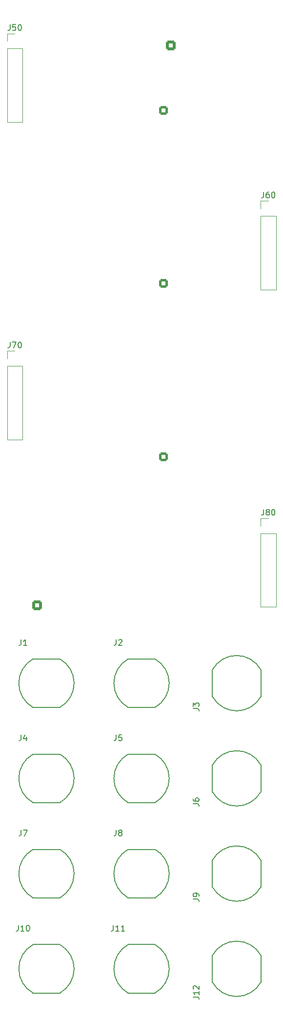
<source format=gto>
%TF.GenerationSoftware,KiCad,Pcbnew,9.0.4*%
%TF.CreationDate,2025-10-04T20:19:14+02:00*%
%TF.ProjectId,DMH_VCA_Bank_PCB_1,444d485f-5643-4415-9f42-616e6b5f5043,1*%
%TF.SameCoordinates,Original*%
%TF.FileFunction,Legend,Top*%
%TF.FilePolarity,Positive*%
%FSLAX46Y46*%
G04 Gerber Fmt 4.6, Leading zero omitted, Abs format (unit mm)*
G04 Created by KiCad (PCBNEW 9.0.4) date 2025-10-04 20:19:14*
%MOMM*%
%LPD*%
G01*
G04 APERTURE LIST*
G04 Aperture macros list*
%AMRoundRect*
0 Rectangle with rounded corners*
0 $1 Rounding radius*
0 $2 $3 $4 $5 $6 $7 $8 $9 X,Y pos of 4 corners*
0 Add a 4 corners polygon primitive as box body*
4,1,4,$2,$3,$4,$5,$6,$7,$8,$9,$2,$3,0*
0 Add four circle primitives for the rounded corners*
1,1,$1+$1,$2,$3*
1,1,$1+$1,$4,$5*
1,1,$1+$1,$6,$7*
1,1,$1+$1,$8,$9*
0 Add four rect primitives between the rounded corners*
20,1,$1+$1,$2,$3,$4,$5,0*
20,1,$1+$1,$4,$5,$6,$7,0*
20,1,$1+$1,$6,$7,$8,$9,0*
20,1,$1+$1,$8,$9,$2,$3,0*%
%AMHorizOval*
0 Thick line with rounded ends*
0 $1 width*
0 $2 $3 position (X,Y) of the first rounded end (center of the circle)*
0 $4 $5 position (X,Y) of the second rounded end (center of the circle)*
0 Add line between two ends*
20,1,$1,$2,$3,$4,$5,0*
0 Add two circle primitives to create the rounded ends*
1,1,$1,$2,$3*
1,1,$1,$4,$5*%
G04 Aperture macros list end*
%ADD10C,0.150000*%
%ADD11C,0.120000*%
%ADD12R,1.700000X1.700000*%
%ADD13O,1.700000X1.700000*%
%ADD14HorizOval,1.712000X-0.533159X-0.533159X0.533159X0.533159X0*%
%ADD15O,1.712000X3.220000*%
%ADD16O,3.220000X1.712000*%
%ADD17HorizOval,1.712000X-0.533159X0.533159X0.533159X-0.533159X0*%
%ADD18C,1.600000*%
%ADD19O,1.600000X1.600000*%
%ADD20C,1.440000*%
%ADD21R,1.500000X1.500000*%
%ADD22C,1.500000*%
%ADD23RoundRect,0.250000X-0.600000X0.600000X-0.600000X-0.600000X0.600000X-0.600000X0.600000X0.600000X0*%
%ADD24C,1.700000*%
%ADD25R,2.200000X2.200000*%
%ADD26O,2.200000X2.200000*%
%ADD27R,1.600000X1.600000*%
%ADD28RoundRect,0.250000X0.600000X-0.600000X0.600000X0.600000X-0.600000X0.600000X-0.600000X-0.600000X0*%
%ADD29RoundRect,0.250000X0.550000X0.550000X-0.550000X0.550000X-0.550000X-0.550000X0.550000X-0.550000X0*%
G04 APERTURE END LIST*
D10*
X52190476Y-45124819D02*
X52190476Y-45839104D01*
X52190476Y-45839104D02*
X52142857Y-45981961D01*
X52142857Y-45981961D02*
X52047619Y-46077200D01*
X52047619Y-46077200D02*
X51904762Y-46124819D01*
X51904762Y-46124819D02*
X51809524Y-46124819D01*
X53142857Y-45124819D02*
X52666667Y-45124819D01*
X52666667Y-45124819D02*
X52619048Y-45601009D01*
X52619048Y-45601009D02*
X52666667Y-45553390D01*
X52666667Y-45553390D02*
X52761905Y-45505771D01*
X52761905Y-45505771D02*
X53000000Y-45505771D01*
X53000000Y-45505771D02*
X53095238Y-45553390D01*
X53095238Y-45553390D02*
X53142857Y-45601009D01*
X53142857Y-45601009D02*
X53190476Y-45696247D01*
X53190476Y-45696247D02*
X53190476Y-45934342D01*
X53190476Y-45934342D02*
X53142857Y-46029580D01*
X53142857Y-46029580D02*
X53095238Y-46077200D01*
X53095238Y-46077200D02*
X53000000Y-46124819D01*
X53000000Y-46124819D02*
X52761905Y-46124819D01*
X52761905Y-46124819D02*
X52666667Y-46077200D01*
X52666667Y-46077200D02*
X52619048Y-46029580D01*
X53809524Y-45124819D02*
X53904762Y-45124819D01*
X53904762Y-45124819D02*
X54000000Y-45172438D01*
X54000000Y-45172438D02*
X54047619Y-45220057D01*
X54047619Y-45220057D02*
X54095238Y-45315295D01*
X54095238Y-45315295D02*
X54142857Y-45505771D01*
X54142857Y-45505771D02*
X54142857Y-45743866D01*
X54142857Y-45743866D02*
X54095238Y-45934342D01*
X54095238Y-45934342D02*
X54047619Y-46029580D01*
X54047619Y-46029580D02*
X54000000Y-46077200D01*
X54000000Y-46077200D02*
X53904762Y-46124819D01*
X53904762Y-46124819D02*
X53809524Y-46124819D01*
X53809524Y-46124819D02*
X53714286Y-46077200D01*
X53714286Y-46077200D02*
X53666667Y-46029580D01*
X53666667Y-46029580D02*
X53619048Y-45934342D01*
X53619048Y-45934342D02*
X53571429Y-45743866D01*
X53571429Y-45743866D02*
X53571429Y-45505771D01*
X53571429Y-45505771D02*
X53619048Y-45315295D01*
X53619048Y-45315295D02*
X53666667Y-45220057D01*
X53666667Y-45220057D02*
X53714286Y-45172438D01*
X53714286Y-45172438D02*
X53809524Y-45124819D01*
X54091666Y-151704819D02*
X54091666Y-152419104D01*
X54091666Y-152419104D02*
X54044047Y-152561961D01*
X54044047Y-152561961D02*
X53948809Y-152657200D01*
X53948809Y-152657200D02*
X53805952Y-152704819D01*
X53805952Y-152704819D02*
X53710714Y-152704819D01*
X55091666Y-152704819D02*
X54520238Y-152704819D01*
X54805952Y-152704819D02*
X54805952Y-151704819D01*
X54805952Y-151704819D02*
X54710714Y-151847676D01*
X54710714Y-151847676D02*
X54615476Y-151942914D01*
X54615476Y-151942914D02*
X54520238Y-151990533D01*
X83954819Y-196658333D02*
X84669104Y-196658333D01*
X84669104Y-196658333D02*
X84811961Y-196705952D01*
X84811961Y-196705952D02*
X84907200Y-196801190D01*
X84907200Y-196801190D02*
X84954819Y-196944047D01*
X84954819Y-196944047D02*
X84954819Y-197039285D01*
X84954819Y-196134523D02*
X84954819Y-195944047D01*
X84954819Y-195944047D02*
X84907200Y-195848809D01*
X84907200Y-195848809D02*
X84859580Y-195801190D01*
X84859580Y-195801190D02*
X84716723Y-195705952D01*
X84716723Y-195705952D02*
X84526247Y-195658333D01*
X84526247Y-195658333D02*
X84145295Y-195658333D01*
X84145295Y-195658333D02*
X84050057Y-195705952D01*
X84050057Y-195705952D02*
X84002438Y-195753571D01*
X84002438Y-195753571D02*
X83954819Y-195848809D01*
X83954819Y-195848809D02*
X83954819Y-196039285D01*
X83954819Y-196039285D02*
X84002438Y-196134523D01*
X84002438Y-196134523D02*
X84050057Y-196182142D01*
X84050057Y-196182142D02*
X84145295Y-196229761D01*
X84145295Y-196229761D02*
X84383390Y-196229761D01*
X84383390Y-196229761D02*
X84478628Y-196182142D01*
X84478628Y-196182142D02*
X84526247Y-196134523D01*
X84526247Y-196134523D02*
X84573866Y-196039285D01*
X84573866Y-196039285D02*
X84573866Y-195848809D01*
X84573866Y-195848809D02*
X84526247Y-195753571D01*
X84526247Y-195753571D02*
X84478628Y-195705952D01*
X84478628Y-195705952D02*
X84383390Y-195658333D01*
X83954819Y-213634523D02*
X84669104Y-213634523D01*
X84669104Y-213634523D02*
X84811961Y-213682142D01*
X84811961Y-213682142D02*
X84907200Y-213777380D01*
X84907200Y-213777380D02*
X84954819Y-213920237D01*
X84954819Y-213920237D02*
X84954819Y-214015475D01*
X84954819Y-212634523D02*
X84954819Y-213205951D01*
X84954819Y-212920237D02*
X83954819Y-212920237D01*
X83954819Y-212920237D02*
X84097676Y-213015475D01*
X84097676Y-213015475D02*
X84192914Y-213110713D01*
X84192914Y-213110713D02*
X84240533Y-213205951D01*
X84050057Y-212253570D02*
X84002438Y-212205951D01*
X84002438Y-212205951D02*
X83954819Y-212110713D01*
X83954819Y-212110713D02*
X83954819Y-211872618D01*
X83954819Y-211872618D02*
X84002438Y-211777380D01*
X84002438Y-211777380D02*
X84050057Y-211729761D01*
X84050057Y-211729761D02*
X84145295Y-211682142D01*
X84145295Y-211682142D02*
X84240533Y-211682142D01*
X84240533Y-211682142D02*
X84383390Y-211729761D01*
X84383390Y-211729761D02*
X84954819Y-212301189D01*
X84954819Y-212301189D02*
X84954819Y-211682142D01*
X96190476Y-74124819D02*
X96190476Y-74839104D01*
X96190476Y-74839104D02*
X96142857Y-74981961D01*
X96142857Y-74981961D02*
X96047619Y-75077200D01*
X96047619Y-75077200D02*
X95904762Y-75124819D01*
X95904762Y-75124819D02*
X95809524Y-75124819D01*
X97095238Y-74124819D02*
X96904762Y-74124819D01*
X96904762Y-74124819D02*
X96809524Y-74172438D01*
X96809524Y-74172438D02*
X96761905Y-74220057D01*
X96761905Y-74220057D02*
X96666667Y-74362914D01*
X96666667Y-74362914D02*
X96619048Y-74553390D01*
X96619048Y-74553390D02*
X96619048Y-74934342D01*
X96619048Y-74934342D02*
X96666667Y-75029580D01*
X96666667Y-75029580D02*
X96714286Y-75077200D01*
X96714286Y-75077200D02*
X96809524Y-75124819D01*
X96809524Y-75124819D02*
X97000000Y-75124819D01*
X97000000Y-75124819D02*
X97095238Y-75077200D01*
X97095238Y-75077200D02*
X97142857Y-75029580D01*
X97142857Y-75029580D02*
X97190476Y-74934342D01*
X97190476Y-74934342D02*
X97190476Y-74696247D01*
X97190476Y-74696247D02*
X97142857Y-74601009D01*
X97142857Y-74601009D02*
X97095238Y-74553390D01*
X97095238Y-74553390D02*
X97000000Y-74505771D01*
X97000000Y-74505771D02*
X96809524Y-74505771D01*
X96809524Y-74505771D02*
X96714286Y-74553390D01*
X96714286Y-74553390D02*
X96666667Y-74601009D01*
X96666667Y-74601009D02*
X96619048Y-74696247D01*
X97809524Y-74124819D02*
X97904762Y-74124819D01*
X97904762Y-74124819D02*
X98000000Y-74172438D01*
X98000000Y-74172438D02*
X98047619Y-74220057D01*
X98047619Y-74220057D02*
X98095238Y-74315295D01*
X98095238Y-74315295D02*
X98142857Y-74505771D01*
X98142857Y-74505771D02*
X98142857Y-74743866D01*
X98142857Y-74743866D02*
X98095238Y-74934342D01*
X98095238Y-74934342D02*
X98047619Y-75029580D01*
X98047619Y-75029580D02*
X98000000Y-75077200D01*
X98000000Y-75077200D02*
X97904762Y-75124819D01*
X97904762Y-75124819D02*
X97809524Y-75124819D01*
X97809524Y-75124819D02*
X97714286Y-75077200D01*
X97714286Y-75077200D02*
X97666667Y-75029580D01*
X97666667Y-75029580D02*
X97619048Y-74934342D01*
X97619048Y-74934342D02*
X97571429Y-74743866D01*
X97571429Y-74743866D02*
X97571429Y-74505771D01*
X97571429Y-74505771D02*
X97619048Y-74315295D01*
X97619048Y-74315295D02*
X97666667Y-74220057D01*
X97666667Y-74220057D02*
X97714286Y-74172438D01*
X97714286Y-74172438D02*
X97809524Y-74124819D01*
X96190476Y-129124819D02*
X96190476Y-129839104D01*
X96190476Y-129839104D02*
X96142857Y-129981961D01*
X96142857Y-129981961D02*
X96047619Y-130077200D01*
X96047619Y-130077200D02*
X95904762Y-130124819D01*
X95904762Y-130124819D02*
X95809524Y-130124819D01*
X96809524Y-129553390D02*
X96714286Y-129505771D01*
X96714286Y-129505771D02*
X96666667Y-129458152D01*
X96666667Y-129458152D02*
X96619048Y-129362914D01*
X96619048Y-129362914D02*
X96619048Y-129315295D01*
X96619048Y-129315295D02*
X96666667Y-129220057D01*
X96666667Y-129220057D02*
X96714286Y-129172438D01*
X96714286Y-129172438D02*
X96809524Y-129124819D01*
X96809524Y-129124819D02*
X97000000Y-129124819D01*
X97000000Y-129124819D02*
X97095238Y-129172438D01*
X97095238Y-129172438D02*
X97142857Y-129220057D01*
X97142857Y-129220057D02*
X97190476Y-129315295D01*
X97190476Y-129315295D02*
X97190476Y-129362914D01*
X97190476Y-129362914D02*
X97142857Y-129458152D01*
X97142857Y-129458152D02*
X97095238Y-129505771D01*
X97095238Y-129505771D02*
X97000000Y-129553390D01*
X97000000Y-129553390D02*
X96809524Y-129553390D01*
X96809524Y-129553390D02*
X96714286Y-129601009D01*
X96714286Y-129601009D02*
X96666667Y-129648628D01*
X96666667Y-129648628D02*
X96619048Y-129743866D01*
X96619048Y-129743866D02*
X96619048Y-129934342D01*
X96619048Y-129934342D02*
X96666667Y-130029580D01*
X96666667Y-130029580D02*
X96714286Y-130077200D01*
X96714286Y-130077200D02*
X96809524Y-130124819D01*
X96809524Y-130124819D02*
X97000000Y-130124819D01*
X97000000Y-130124819D02*
X97095238Y-130077200D01*
X97095238Y-130077200D02*
X97142857Y-130029580D01*
X97142857Y-130029580D02*
X97190476Y-129934342D01*
X97190476Y-129934342D02*
X97190476Y-129743866D01*
X97190476Y-129743866D02*
X97142857Y-129648628D01*
X97142857Y-129648628D02*
X97095238Y-129601009D01*
X97095238Y-129601009D02*
X97000000Y-129553390D01*
X97809524Y-129124819D02*
X97904762Y-129124819D01*
X97904762Y-129124819D02*
X98000000Y-129172438D01*
X98000000Y-129172438D02*
X98047619Y-129220057D01*
X98047619Y-129220057D02*
X98095238Y-129315295D01*
X98095238Y-129315295D02*
X98142857Y-129505771D01*
X98142857Y-129505771D02*
X98142857Y-129743866D01*
X98142857Y-129743866D02*
X98095238Y-129934342D01*
X98095238Y-129934342D02*
X98047619Y-130029580D01*
X98047619Y-130029580D02*
X98000000Y-130077200D01*
X98000000Y-130077200D02*
X97904762Y-130124819D01*
X97904762Y-130124819D02*
X97809524Y-130124819D01*
X97809524Y-130124819D02*
X97714286Y-130077200D01*
X97714286Y-130077200D02*
X97666667Y-130029580D01*
X97666667Y-130029580D02*
X97619048Y-129934342D01*
X97619048Y-129934342D02*
X97571429Y-129743866D01*
X97571429Y-129743866D02*
X97571429Y-129505771D01*
X97571429Y-129505771D02*
X97619048Y-129315295D01*
X97619048Y-129315295D02*
X97666667Y-129220057D01*
X97666667Y-129220057D02*
X97714286Y-129172438D01*
X97714286Y-129172438D02*
X97809524Y-129124819D01*
X83954819Y-163658333D02*
X84669104Y-163658333D01*
X84669104Y-163658333D02*
X84811961Y-163705952D01*
X84811961Y-163705952D02*
X84907200Y-163801190D01*
X84907200Y-163801190D02*
X84954819Y-163944047D01*
X84954819Y-163944047D02*
X84954819Y-164039285D01*
X83954819Y-163277380D02*
X83954819Y-162658333D01*
X83954819Y-162658333D02*
X84335771Y-162991666D01*
X84335771Y-162991666D02*
X84335771Y-162848809D01*
X84335771Y-162848809D02*
X84383390Y-162753571D01*
X84383390Y-162753571D02*
X84431009Y-162705952D01*
X84431009Y-162705952D02*
X84526247Y-162658333D01*
X84526247Y-162658333D02*
X84764342Y-162658333D01*
X84764342Y-162658333D02*
X84859580Y-162705952D01*
X84859580Y-162705952D02*
X84907200Y-162753571D01*
X84907200Y-162753571D02*
X84954819Y-162848809D01*
X84954819Y-162848809D02*
X84954819Y-163134523D01*
X84954819Y-163134523D02*
X84907200Y-163229761D01*
X84907200Y-163229761D02*
X84859580Y-163277380D01*
X70115476Y-201204819D02*
X70115476Y-201919104D01*
X70115476Y-201919104D02*
X70067857Y-202061961D01*
X70067857Y-202061961D02*
X69972619Y-202157200D01*
X69972619Y-202157200D02*
X69829762Y-202204819D01*
X69829762Y-202204819D02*
X69734524Y-202204819D01*
X71115476Y-202204819D02*
X70544048Y-202204819D01*
X70829762Y-202204819D02*
X70829762Y-201204819D01*
X70829762Y-201204819D02*
X70734524Y-201347676D01*
X70734524Y-201347676D02*
X70639286Y-201442914D01*
X70639286Y-201442914D02*
X70544048Y-201490533D01*
X72067857Y-202204819D02*
X71496429Y-202204819D01*
X71782143Y-202204819D02*
X71782143Y-201204819D01*
X71782143Y-201204819D02*
X71686905Y-201347676D01*
X71686905Y-201347676D02*
X71591667Y-201442914D01*
X71591667Y-201442914D02*
X71496429Y-201490533D01*
X54091666Y-184704819D02*
X54091666Y-185419104D01*
X54091666Y-185419104D02*
X54044047Y-185561961D01*
X54044047Y-185561961D02*
X53948809Y-185657200D01*
X53948809Y-185657200D02*
X53805952Y-185704819D01*
X53805952Y-185704819D02*
X53710714Y-185704819D01*
X54472619Y-184704819D02*
X55139285Y-184704819D01*
X55139285Y-184704819D02*
X54710714Y-185704819D01*
X54091666Y-168204819D02*
X54091666Y-168919104D01*
X54091666Y-168919104D02*
X54044047Y-169061961D01*
X54044047Y-169061961D02*
X53948809Y-169157200D01*
X53948809Y-169157200D02*
X53805952Y-169204819D01*
X53805952Y-169204819D02*
X53710714Y-169204819D01*
X54996428Y-168538152D02*
X54996428Y-169204819D01*
X54758333Y-168157200D02*
X54520238Y-168871485D01*
X54520238Y-168871485D02*
X55139285Y-168871485D01*
X52190476Y-100124819D02*
X52190476Y-100839104D01*
X52190476Y-100839104D02*
X52142857Y-100981961D01*
X52142857Y-100981961D02*
X52047619Y-101077200D01*
X52047619Y-101077200D02*
X51904762Y-101124819D01*
X51904762Y-101124819D02*
X51809524Y-101124819D01*
X52571429Y-100124819D02*
X53238095Y-100124819D01*
X53238095Y-100124819D02*
X52809524Y-101124819D01*
X53809524Y-100124819D02*
X53904762Y-100124819D01*
X53904762Y-100124819D02*
X54000000Y-100172438D01*
X54000000Y-100172438D02*
X54047619Y-100220057D01*
X54047619Y-100220057D02*
X54095238Y-100315295D01*
X54095238Y-100315295D02*
X54142857Y-100505771D01*
X54142857Y-100505771D02*
X54142857Y-100743866D01*
X54142857Y-100743866D02*
X54095238Y-100934342D01*
X54095238Y-100934342D02*
X54047619Y-101029580D01*
X54047619Y-101029580D02*
X54000000Y-101077200D01*
X54000000Y-101077200D02*
X53904762Y-101124819D01*
X53904762Y-101124819D02*
X53809524Y-101124819D01*
X53809524Y-101124819D02*
X53714286Y-101077200D01*
X53714286Y-101077200D02*
X53666667Y-101029580D01*
X53666667Y-101029580D02*
X53619048Y-100934342D01*
X53619048Y-100934342D02*
X53571429Y-100743866D01*
X53571429Y-100743866D02*
X53571429Y-100505771D01*
X53571429Y-100505771D02*
X53619048Y-100315295D01*
X53619048Y-100315295D02*
X53666667Y-100220057D01*
X53666667Y-100220057D02*
X53714286Y-100172438D01*
X53714286Y-100172438D02*
X53809524Y-100124819D01*
X70591666Y-168204819D02*
X70591666Y-168919104D01*
X70591666Y-168919104D02*
X70544047Y-169061961D01*
X70544047Y-169061961D02*
X70448809Y-169157200D01*
X70448809Y-169157200D02*
X70305952Y-169204819D01*
X70305952Y-169204819D02*
X70210714Y-169204819D01*
X71544047Y-168204819D02*
X71067857Y-168204819D01*
X71067857Y-168204819D02*
X71020238Y-168681009D01*
X71020238Y-168681009D02*
X71067857Y-168633390D01*
X71067857Y-168633390D02*
X71163095Y-168585771D01*
X71163095Y-168585771D02*
X71401190Y-168585771D01*
X71401190Y-168585771D02*
X71496428Y-168633390D01*
X71496428Y-168633390D02*
X71544047Y-168681009D01*
X71544047Y-168681009D02*
X71591666Y-168776247D01*
X71591666Y-168776247D02*
X71591666Y-169014342D01*
X71591666Y-169014342D02*
X71544047Y-169109580D01*
X71544047Y-169109580D02*
X71496428Y-169157200D01*
X71496428Y-169157200D02*
X71401190Y-169204819D01*
X71401190Y-169204819D02*
X71163095Y-169204819D01*
X71163095Y-169204819D02*
X71067857Y-169157200D01*
X71067857Y-169157200D02*
X71020238Y-169109580D01*
X70591666Y-184704819D02*
X70591666Y-185419104D01*
X70591666Y-185419104D02*
X70544047Y-185561961D01*
X70544047Y-185561961D02*
X70448809Y-185657200D01*
X70448809Y-185657200D02*
X70305952Y-185704819D01*
X70305952Y-185704819D02*
X70210714Y-185704819D01*
X71210714Y-185133390D02*
X71115476Y-185085771D01*
X71115476Y-185085771D02*
X71067857Y-185038152D01*
X71067857Y-185038152D02*
X71020238Y-184942914D01*
X71020238Y-184942914D02*
X71020238Y-184895295D01*
X71020238Y-184895295D02*
X71067857Y-184800057D01*
X71067857Y-184800057D02*
X71115476Y-184752438D01*
X71115476Y-184752438D02*
X71210714Y-184704819D01*
X71210714Y-184704819D02*
X71401190Y-184704819D01*
X71401190Y-184704819D02*
X71496428Y-184752438D01*
X71496428Y-184752438D02*
X71544047Y-184800057D01*
X71544047Y-184800057D02*
X71591666Y-184895295D01*
X71591666Y-184895295D02*
X71591666Y-184942914D01*
X71591666Y-184942914D02*
X71544047Y-185038152D01*
X71544047Y-185038152D02*
X71496428Y-185085771D01*
X71496428Y-185085771D02*
X71401190Y-185133390D01*
X71401190Y-185133390D02*
X71210714Y-185133390D01*
X71210714Y-185133390D02*
X71115476Y-185181009D01*
X71115476Y-185181009D02*
X71067857Y-185228628D01*
X71067857Y-185228628D02*
X71020238Y-185323866D01*
X71020238Y-185323866D02*
X71020238Y-185514342D01*
X71020238Y-185514342D02*
X71067857Y-185609580D01*
X71067857Y-185609580D02*
X71115476Y-185657200D01*
X71115476Y-185657200D02*
X71210714Y-185704819D01*
X71210714Y-185704819D02*
X71401190Y-185704819D01*
X71401190Y-185704819D02*
X71496428Y-185657200D01*
X71496428Y-185657200D02*
X71544047Y-185609580D01*
X71544047Y-185609580D02*
X71591666Y-185514342D01*
X71591666Y-185514342D02*
X71591666Y-185323866D01*
X71591666Y-185323866D02*
X71544047Y-185228628D01*
X71544047Y-185228628D02*
X71496428Y-185181009D01*
X71496428Y-185181009D02*
X71401190Y-185133390D01*
X53615476Y-201204819D02*
X53615476Y-201919104D01*
X53615476Y-201919104D02*
X53567857Y-202061961D01*
X53567857Y-202061961D02*
X53472619Y-202157200D01*
X53472619Y-202157200D02*
X53329762Y-202204819D01*
X53329762Y-202204819D02*
X53234524Y-202204819D01*
X54615476Y-202204819D02*
X54044048Y-202204819D01*
X54329762Y-202204819D02*
X54329762Y-201204819D01*
X54329762Y-201204819D02*
X54234524Y-201347676D01*
X54234524Y-201347676D02*
X54139286Y-201442914D01*
X54139286Y-201442914D02*
X54044048Y-201490533D01*
X55234524Y-201204819D02*
X55329762Y-201204819D01*
X55329762Y-201204819D02*
X55425000Y-201252438D01*
X55425000Y-201252438D02*
X55472619Y-201300057D01*
X55472619Y-201300057D02*
X55520238Y-201395295D01*
X55520238Y-201395295D02*
X55567857Y-201585771D01*
X55567857Y-201585771D02*
X55567857Y-201823866D01*
X55567857Y-201823866D02*
X55520238Y-202014342D01*
X55520238Y-202014342D02*
X55472619Y-202109580D01*
X55472619Y-202109580D02*
X55425000Y-202157200D01*
X55425000Y-202157200D02*
X55329762Y-202204819D01*
X55329762Y-202204819D02*
X55234524Y-202204819D01*
X55234524Y-202204819D02*
X55139286Y-202157200D01*
X55139286Y-202157200D02*
X55091667Y-202109580D01*
X55091667Y-202109580D02*
X55044048Y-202014342D01*
X55044048Y-202014342D02*
X54996429Y-201823866D01*
X54996429Y-201823866D02*
X54996429Y-201585771D01*
X54996429Y-201585771D02*
X55044048Y-201395295D01*
X55044048Y-201395295D02*
X55091667Y-201300057D01*
X55091667Y-201300057D02*
X55139286Y-201252438D01*
X55139286Y-201252438D02*
X55234524Y-201204819D01*
X70591666Y-151704819D02*
X70591666Y-152419104D01*
X70591666Y-152419104D02*
X70544047Y-152561961D01*
X70544047Y-152561961D02*
X70448809Y-152657200D01*
X70448809Y-152657200D02*
X70305952Y-152704819D01*
X70305952Y-152704819D02*
X70210714Y-152704819D01*
X71020238Y-151800057D02*
X71067857Y-151752438D01*
X71067857Y-151752438D02*
X71163095Y-151704819D01*
X71163095Y-151704819D02*
X71401190Y-151704819D01*
X71401190Y-151704819D02*
X71496428Y-151752438D01*
X71496428Y-151752438D02*
X71544047Y-151800057D01*
X71544047Y-151800057D02*
X71591666Y-151895295D01*
X71591666Y-151895295D02*
X71591666Y-151990533D01*
X71591666Y-151990533D02*
X71544047Y-152133390D01*
X71544047Y-152133390D02*
X70972619Y-152704819D01*
X70972619Y-152704819D02*
X71591666Y-152704819D01*
X83954819Y-180158333D02*
X84669104Y-180158333D01*
X84669104Y-180158333D02*
X84811961Y-180205952D01*
X84811961Y-180205952D02*
X84907200Y-180301190D01*
X84907200Y-180301190D02*
X84954819Y-180444047D01*
X84954819Y-180444047D02*
X84954819Y-180539285D01*
X83954819Y-179253571D02*
X83954819Y-179444047D01*
X83954819Y-179444047D02*
X84002438Y-179539285D01*
X84002438Y-179539285D02*
X84050057Y-179586904D01*
X84050057Y-179586904D02*
X84192914Y-179682142D01*
X84192914Y-179682142D02*
X84383390Y-179729761D01*
X84383390Y-179729761D02*
X84764342Y-179729761D01*
X84764342Y-179729761D02*
X84859580Y-179682142D01*
X84859580Y-179682142D02*
X84907200Y-179634523D01*
X84907200Y-179634523D02*
X84954819Y-179539285D01*
X84954819Y-179539285D02*
X84954819Y-179348809D01*
X84954819Y-179348809D02*
X84907200Y-179253571D01*
X84907200Y-179253571D02*
X84859580Y-179205952D01*
X84859580Y-179205952D02*
X84764342Y-179158333D01*
X84764342Y-179158333D02*
X84526247Y-179158333D01*
X84526247Y-179158333D02*
X84431009Y-179205952D01*
X84431009Y-179205952D02*
X84383390Y-179253571D01*
X84383390Y-179253571D02*
X84335771Y-179348809D01*
X84335771Y-179348809D02*
X84335771Y-179539285D01*
X84335771Y-179539285D02*
X84383390Y-179634523D01*
X84383390Y-179634523D02*
X84431009Y-179682142D01*
X84431009Y-179682142D02*
X84526247Y-179729761D01*
D11*
%TO.C,J50*%
X51670000Y-46670000D02*
X53000000Y-46670000D01*
X51670000Y-48000000D02*
X51670000Y-46670000D01*
X51670000Y-49270000D02*
X51670000Y-62030000D01*
X51670000Y-49270000D02*
X54330000Y-49270000D01*
X51670000Y-62030000D02*
X54330000Y-62030000D01*
X54330000Y-49270000D02*
X54330000Y-62030000D01*
D10*
%TO.C,J1*%
X58500000Y-155050000D02*
X56150000Y-155050000D01*
X58500000Y-155050000D02*
X60850000Y-155050000D01*
X58500000Y-163450000D02*
X56150000Y-163450000D01*
X58500000Y-163450000D02*
X60850000Y-163450000D01*
X53700000Y-159250000D02*
G75*
G02*
X56156222Y-155061121I4800000J0D01*
G01*
X56156222Y-163438879D02*
G75*
G02*
X53700000Y-159250000I2343778J4188879D01*
G01*
X60843778Y-155061121D02*
G75*
G02*
X63300000Y-159250000I-2343781J-4188881D01*
G01*
X63300000Y-159250000D02*
G75*
G02*
X60843778Y-163438879I-4800003J2D01*
G01*
%TO.C,J9*%
X87300000Y-192250000D02*
X87300000Y-189900000D01*
X87300000Y-192250000D02*
X87300000Y-194600000D01*
X95700000Y-192250000D02*
X95700000Y-189900000D01*
X95700000Y-192250000D02*
X95700000Y-194600000D01*
X87311121Y-189906222D02*
G75*
G02*
X91500000Y-187450000I4188881J-2343781D01*
G01*
X91500000Y-187450000D02*
G75*
G02*
X95688879Y-189906222I-2J-4800003D01*
G01*
X91500000Y-197050000D02*
G75*
G02*
X87311121Y-194593778I0J4800000D01*
G01*
X95688879Y-194593778D02*
G75*
G02*
X91500000Y-197050000I-4188879J2343778D01*
G01*
%TO.C,J12*%
X87300000Y-208750000D02*
X87300000Y-206400000D01*
X87300000Y-208750000D02*
X87300000Y-211100000D01*
X95700000Y-208750000D02*
X95700000Y-206400000D01*
X95700000Y-208750000D02*
X95700000Y-211100000D01*
X87311121Y-206406222D02*
G75*
G02*
X91500000Y-203950000I4188881J-2343781D01*
G01*
X91500000Y-203950000D02*
G75*
G02*
X95688879Y-206406222I-2J-4800003D01*
G01*
X91500000Y-213550000D02*
G75*
G02*
X87311121Y-211093778I0J4800000D01*
G01*
X95688879Y-211093778D02*
G75*
G02*
X91500000Y-213550000I-4188879J2343778D01*
G01*
D11*
%TO.C,J60*%
X95670000Y-75670000D02*
X97000000Y-75670000D01*
X95670000Y-77000000D02*
X95670000Y-75670000D01*
X95670000Y-78270000D02*
X95670000Y-91030000D01*
X95670000Y-78270000D02*
X98330000Y-78270000D01*
X95670000Y-91030000D02*
X98330000Y-91030000D01*
X98330000Y-78270000D02*
X98330000Y-91030000D01*
%TO.C,J80*%
X95670000Y-130670000D02*
X97000000Y-130670000D01*
X95670000Y-132000000D02*
X95670000Y-130670000D01*
X95670000Y-133270000D02*
X95670000Y-146030000D01*
X95670000Y-133270000D02*
X98330000Y-133270000D01*
X95670000Y-146030000D02*
X98330000Y-146030000D01*
X98330000Y-133270000D02*
X98330000Y-146030000D01*
D10*
%TO.C,J3*%
X87300000Y-159250000D02*
X87300000Y-156900000D01*
X87300000Y-159250000D02*
X87300000Y-161600000D01*
X95700000Y-159250000D02*
X95700000Y-156900000D01*
X95700000Y-159250000D02*
X95700000Y-161600000D01*
X87311121Y-156906222D02*
G75*
G02*
X91500000Y-154450000I4188881J-2343781D01*
G01*
X91500000Y-154450000D02*
G75*
G02*
X95688879Y-156906222I-2J-4800003D01*
G01*
X91500000Y-164050000D02*
G75*
G02*
X87311121Y-161593778I0J4800000D01*
G01*
X95688879Y-161593778D02*
G75*
G02*
X91500000Y-164050000I-4188879J2343778D01*
G01*
%TO.C,J11*%
X75000000Y-204550000D02*
X72650000Y-204550000D01*
X75000000Y-204550000D02*
X77350000Y-204550000D01*
X75000000Y-212950000D02*
X72650000Y-212950000D01*
X75000000Y-212950000D02*
X77350000Y-212950000D01*
X70200000Y-208750000D02*
G75*
G02*
X72656222Y-204561121I4800000J0D01*
G01*
X72656222Y-212938879D02*
G75*
G02*
X70200000Y-208750000I2343778J4188879D01*
G01*
X77343778Y-204561121D02*
G75*
G02*
X79800000Y-208750000I-2343781J-4188881D01*
G01*
X79800000Y-208750000D02*
G75*
G02*
X77343778Y-212938879I-4800003J2D01*
G01*
%TO.C,J7*%
X58500000Y-188050000D02*
X56150000Y-188050000D01*
X58500000Y-188050000D02*
X60850000Y-188050000D01*
X58500000Y-196450000D02*
X56150000Y-196450000D01*
X58500000Y-196450000D02*
X60850000Y-196450000D01*
X53700000Y-192250000D02*
G75*
G02*
X56156222Y-188061121I4800000J0D01*
G01*
X56156222Y-196438879D02*
G75*
G02*
X53700000Y-192250000I2343778J4188879D01*
G01*
X60843778Y-188061121D02*
G75*
G02*
X63300000Y-192250000I-2343781J-4188881D01*
G01*
X63300000Y-192250000D02*
G75*
G02*
X60843778Y-196438879I-4800003J2D01*
G01*
%TO.C,J4*%
X58500000Y-171550000D02*
X56150000Y-171550000D01*
X58500000Y-171550000D02*
X60850000Y-171550000D01*
X58500000Y-179950000D02*
X56150000Y-179950000D01*
X58500000Y-179950000D02*
X60850000Y-179950000D01*
X53700000Y-175750000D02*
G75*
G02*
X56156222Y-171561121I4800000J0D01*
G01*
X56156222Y-179938879D02*
G75*
G02*
X53700000Y-175750000I2343778J4188879D01*
G01*
X60843778Y-171561121D02*
G75*
G02*
X63300000Y-175750000I-2343781J-4188881D01*
G01*
X63300000Y-175750000D02*
G75*
G02*
X60843778Y-179938879I-4800003J2D01*
G01*
D11*
%TO.C,J70*%
X51670000Y-101670000D02*
X53000000Y-101670000D01*
X51670000Y-103000000D02*
X51670000Y-101670000D01*
X51670000Y-104270000D02*
X51670000Y-117030000D01*
X51670000Y-104270000D02*
X54330000Y-104270000D01*
X51670000Y-117030000D02*
X54330000Y-117030000D01*
X54330000Y-104270000D02*
X54330000Y-117030000D01*
D10*
%TO.C,J5*%
X75000000Y-171550000D02*
X72650000Y-171550000D01*
X75000000Y-171550000D02*
X77350000Y-171550000D01*
X75000000Y-179950000D02*
X72650000Y-179950000D01*
X75000000Y-179950000D02*
X77350000Y-179950000D01*
X70200000Y-175750000D02*
G75*
G02*
X72656222Y-171561121I4800000J0D01*
G01*
X72656222Y-179938879D02*
G75*
G02*
X70200000Y-175750000I2343778J4188879D01*
G01*
X77343778Y-171561121D02*
G75*
G02*
X79800000Y-175750000I-2343781J-4188881D01*
G01*
X79800000Y-175750000D02*
G75*
G02*
X77343778Y-179938879I-4800003J2D01*
G01*
%TO.C,J8*%
X75000000Y-188050000D02*
X72650000Y-188050000D01*
X75000000Y-188050000D02*
X77350000Y-188050000D01*
X75000000Y-196450000D02*
X72650000Y-196450000D01*
X75000000Y-196450000D02*
X77350000Y-196450000D01*
X70200000Y-192250000D02*
G75*
G02*
X72656222Y-188061121I4800000J0D01*
G01*
X72656222Y-196438879D02*
G75*
G02*
X70200000Y-192250000I2343778J4188879D01*
G01*
X77343778Y-188061121D02*
G75*
G02*
X79800000Y-192250000I-2343781J-4188881D01*
G01*
X79800000Y-192250000D02*
G75*
G02*
X77343778Y-196438879I-4800003J2D01*
G01*
%TO.C,J10*%
X58500000Y-204550000D02*
X56150000Y-204550000D01*
X58500000Y-204550000D02*
X60850000Y-204550000D01*
X58500000Y-212950000D02*
X56150000Y-212950000D01*
X58500000Y-212950000D02*
X60850000Y-212950000D01*
X53700000Y-208750000D02*
G75*
G02*
X56156222Y-204561121I4800000J0D01*
G01*
X56156222Y-212938879D02*
G75*
G02*
X53700000Y-208750000I2343778J4188879D01*
G01*
X60843778Y-204561121D02*
G75*
G02*
X63300000Y-208750000I-2343781J-4188881D01*
G01*
X63300000Y-208750000D02*
G75*
G02*
X60843778Y-212938879I-4800003J2D01*
G01*
%TO.C,J2*%
X75000000Y-155050000D02*
X72650000Y-155050000D01*
X75000000Y-155050000D02*
X77350000Y-155050000D01*
X75000000Y-163450000D02*
X72650000Y-163450000D01*
X75000000Y-163450000D02*
X77350000Y-163450000D01*
X70200000Y-159250000D02*
G75*
G02*
X72656222Y-155061121I4800000J0D01*
G01*
X72656222Y-163438879D02*
G75*
G02*
X70200000Y-159250000I2343778J4188879D01*
G01*
X77343778Y-155061121D02*
G75*
G02*
X79800000Y-159250000I-2343781J-4188881D01*
G01*
X79800000Y-159250000D02*
G75*
G02*
X77343778Y-163438879I-4800003J2D01*
G01*
%TO.C,J6*%
X87300000Y-175750000D02*
X87300000Y-173400000D01*
X87300000Y-175750000D02*
X87300000Y-178100000D01*
X95700000Y-175750000D02*
X95700000Y-173400000D01*
X95700000Y-175750000D02*
X95700000Y-178100000D01*
X87311121Y-173406222D02*
G75*
G02*
X91500000Y-170950000I4188881J-2343781D01*
G01*
X91500000Y-170950000D02*
G75*
G02*
X95688879Y-173406222I-2J-4800003D01*
G01*
X91500000Y-180550000D02*
G75*
G02*
X87311121Y-178093778I0J4800000D01*
G01*
X95688879Y-178093778D02*
G75*
G02*
X91500000Y-180550000I-4188879J2343778D01*
G01*
%TD*%
%LPC*%
D12*
%TO.C,J50*%
X53000000Y-48000000D03*
D13*
X53000000Y-50540000D03*
X53000000Y-53080000D03*
X53000000Y-55620000D03*
X53000000Y-58160000D03*
X53000000Y-60700000D03*
%TD*%
D14*
%TO.C,J1*%
X53903810Y-154653810D03*
D15*
X65000000Y-158750000D03*
D16*
X61000000Y-152750000D03*
%TD*%
D17*
%TO.C,J9*%
X86903810Y-196846190D03*
D16*
X91000000Y-185750000D03*
D15*
X85000000Y-189750000D03*
%TD*%
D17*
%TO.C,J12*%
X86903810Y-213346190D03*
D16*
X91000000Y-202250000D03*
D15*
X85000000Y-206250000D03*
%TD*%
D12*
%TO.C,J60*%
X97000000Y-77000000D03*
D13*
X97000000Y-79540000D03*
X97000000Y-82080000D03*
X97000000Y-84620000D03*
X97000000Y-87160000D03*
X97000000Y-89700000D03*
%TD*%
D12*
%TO.C,J80*%
X97000000Y-132000000D03*
D13*
X97000000Y-134540000D03*
X97000000Y-137080000D03*
X97000000Y-139620000D03*
X97000000Y-142160000D03*
X97000000Y-144700000D03*
%TD*%
D17*
%TO.C,J3*%
X86903810Y-163846190D03*
D16*
X91000000Y-152750000D03*
D15*
X85000000Y-156750000D03*
%TD*%
D14*
%TO.C,J11*%
X70403810Y-204153810D03*
D15*
X81500000Y-208250000D03*
D16*
X77500000Y-202250000D03*
%TD*%
D14*
%TO.C,J7*%
X53903810Y-187653810D03*
D15*
X65000000Y-191750000D03*
D16*
X61000000Y-185750000D03*
%TD*%
D14*
%TO.C,J4*%
X53903810Y-171153810D03*
D15*
X65000000Y-175250000D03*
D16*
X61000000Y-169250000D03*
%TD*%
D12*
%TO.C,J70*%
X53000000Y-103000000D03*
D13*
X53000000Y-105540000D03*
X53000000Y-108080000D03*
X53000000Y-110620000D03*
X53000000Y-113160000D03*
X53000000Y-115700000D03*
%TD*%
D14*
%TO.C,J5*%
X70403810Y-171153810D03*
D15*
X81500000Y-175250000D03*
D16*
X77500000Y-169250000D03*
%TD*%
D14*
%TO.C,J8*%
X70403810Y-187653810D03*
D15*
X81500000Y-191750000D03*
D16*
X77500000Y-185750000D03*
%TD*%
D14*
%TO.C,J10*%
X53903810Y-204153810D03*
D15*
X65000000Y-208250000D03*
D16*
X61000000Y-202250000D03*
%TD*%
D14*
%TO.C,J2*%
X70403810Y-154653810D03*
D15*
X81500000Y-158750000D03*
D16*
X77500000Y-152750000D03*
%TD*%
D17*
%TO.C,J6*%
X86903810Y-180346190D03*
D16*
X91000000Y-169250000D03*
D15*
X85000000Y-173250000D03*
%TD*%
D18*
%TO.C,R35*%
X58250000Y-124545000D03*
D19*
X58250000Y-122005000D03*
%TD*%
D20*
%TO.C,RV16*%
X91100000Y-138750000D03*
X88560000Y-138750000D03*
X86020000Y-138750000D03*
%TD*%
D18*
%TO.C,R19*%
X88750000Y-67295000D03*
D19*
X88750000Y-64755000D03*
%TD*%
D18*
%TO.C,R40*%
X56795000Y-119250000D03*
D19*
X54255000Y-119250000D03*
%TD*%
D18*
%TO.C,R67*%
X82000000Y-124295000D03*
D19*
X82000000Y-121755000D03*
%TD*%
D18*
%TO.C,R32*%
X81750000Y-112295000D03*
D19*
X81750000Y-109755000D03*
%TD*%
D18*
%TO.C,R38*%
X64750000Y-130705000D03*
D19*
X64750000Y-133245000D03*
%TD*%
D18*
%TO.C,R48*%
X91045000Y-117000000D03*
D19*
X88505000Y-117000000D03*
%TD*%
D18*
%TO.C,R14*%
X64455000Y-87000000D03*
D19*
X66995000Y-87000000D03*
%TD*%
D18*
%TO.C,R30*%
X92000000Y-90250000D03*
D19*
X89460000Y-90250000D03*
%TD*%
D20*
%TO.C,RV12*%
X91100000Y-112500000D03*
X88560000Y-112500000D03*
X86020000Y-112500000D03*
%TD*%
D18*
%TO.C,R13*%
X92045000Y-87000000D03*
D19*
X89505000Y-87000000D03*
%TD*%
D18*
%TO.C,R11*%
X67750000Y-73455000D03*
D19*
X67750000Y-75995000D03*
%TD*%
D21*
%TO.C,Q5*%
X54450000Y-128450000D03*
D22*
X54450000Y-130990000D03*
X54450000Y-133530000D03*
%TD*%
D18*
%TO.C,R42*%
X62705000Y-119250000D03*
D19*
X65245000Y-119250000D03*
%TD*%
D18*
%TO.C,R59*%
X85250000Y-124295000D03*
D19*
X85250000Y-121755000D03*
%TD*%
D18*
%TO.C,R61*%
X95250000Y-111795000D03*
D19*
X95250000Y-109255000D03*
%TD*%
D18*
%TO.C,R8*%
X58000000Y-73455000D03*
D19*
X58000000Y-75995000D03*
%TD*%
D18*
%TO.C,R63*%
X54000000Y-81455000D03*
D19*
X54000000Y-83995000D03*
%TD*%
D18*
%TO.C,R50*%
X88500000Y-131545000D03*
D19*
X88500000Y-129005000D03*
%TD*%
D18*
%TO.C,R29*%
X82500000Y-102705000D03*
D19*
X82500000Y-105245000D03*
%TD*%
D18*
%TO.C,R7*%
X67750000Y-67295000D03*
D19*
X67750000Y-64755000D03*
%TD*%
D18*
%TO.C,R18*%
X69545000Y-54000000D03*
D19*
X67005000Y-54000000D03*
%TD*%
D21*
%TO.C,Q3*%
X95800000Y-64050000D03*
D22*
X95800000Y-61510000D03*
X95800000Y-58970000D03*
%TD*%
D18*
%TO.C,R33*%
X58250000Y-130705000D03*
D19*
X58250000Y-133245000D03*
%TD*%
D18*
%TO.C,R43*%
X85250000Y-131545000D03*
D19*
X85250000Y-129005000D03*
%TD*%
D18*
%TO.C,R34*%
X61500000Y-130705000D03*
D19*
X61500000Y-133245000D03*
%TD*%
D21*
%TO.C,Q7*%
X95800000Y-120800000D03*
D22*
X95800000Y-118260000D03*
X95800000Y-115720000D03*
%TD*%
D18*
%TO.C,R46*%
X82000000Y-131545000D03*
D19*
X82000000Y-129005000D03*
%TD*%
D18*
%TO.C,R6*%
X64500000Y-67295000D03*
D19*
X64500000Y-64755000D03*
%TD*%
D18*
%TO.C,R1*%
X57250000Y-56295000D03*
D19*
X57250000Y-53755000D03*
%TD*%
D23*
%TO.C,J200*%
X56860000Y-145747500D03*
D24*
X59400000Y-145747500D03*
X61940000Y-145747500D03*
X64480000Y-145747500D03*
X67020000Y-145747500D03*
X69560000Y-145747500D03*
X72100000Y-145747500D03*
X74640000Y-145747500D03*
X56860000Y-148287500D03*
X59400000Y-148287500D03*
X61940000Y-148287500D03*
X64480000Y-148287500D03*
X67020000Y-148287500D03*
X69560000Y-148287500D03*
X72100000Y-148287500D03*
X74640000Y-148287500D03*
%TD*%
D21*
%TO.C,Q2*%
X54200000Y-70950000D03*
D22*
X54200000Y-73490000D03*
X54200000Y-76030000D03*
%TD*%
D18*
%TO.C,R2*%
X58000000Y-67295000D03*
D19*
X58000000Y-64755000D03*
%TD*%
D20*
%TO.C,RV10*%
X64000000Y-82500000D03*
X61460000Y-82500000D03*
X58920000Y-82500000D03*
%TD*%
D18*
%TO.C,R58*%
X83705000Y-117000000D03*
D19*
X86245000Y-117000000D03*
%TD*%
D18*
%TO.C,R47*%
X67750000Y-105045000D03*
D19*
X67750000Y-102505000D03*
%TD*%
D18*
%TO.C,R5*%
X82000000Y-59705000D03*
D19*
X82000000Y-62245000D03*
%TD*%
D18*
%TO.C,C4*%
X77500000Y-78750000D03*
X72500000Y-78750000D03*
%TD*%
%TO.C,R12*%
X69000000Y-81455000D03*
D19*
X69000000Y-83995000D03*
%TD*%
D18*
%TO.C,R60*%
X82000000Y-139545000D03*
D19*
X82000000Y-137005000D03*
%TD*%
D18*
%TO.C,C8*%
X77500000Y-138750000D03*
X72500000Y-138750000D03*
%TD*%
%TO.C,R21*%
X88750000Y-73455000D03*
D19*
X88750000Y-75995000D03*
%TD*%
D25*
%TO.C,D2*%
X87500000Y-44420000D03*
D26*
X87500000Y-54580000D03*
%TD*%
D27*
%TO.C,C2*%
X91294888Y-48000000D03*
D18*
X93294888Y-48000000D03*
%TD*%
D20*
%TO.C,RV15*%
X64000000Y-112500000D03*
X61460000Y-112500000D03*
X58920000Y-112500000D03*
%TD*%
%TO.C,RV3*%
X64000000Y-138750000D03*
X61460000Y-138750000D03*
X58920000Y-138750000D03*
%TD*%
D18*
%TO.C,R31*%
X58000000Y-105045000D03*
D19*
X58000000Y-102505000D03*
%TD*%
D20*
%TO.C,RV1*%
X64000000Y-60750000D03*
X61460000Y-60750000D03*
X58920000Y-60750000D03*
%TD*%
D18*
%TO.C,R66*%
X68000000Y-138045000D03*
D19*
X68000000Y-135505000D03*
%TD*%
D20*
%TO.C,RV2*%
X91100000Y-60750000D03*
X88560000Y-60750000D03*
X86020000Y-60750000D03*
%TD*%
D18*
%TO.C,R45*%
X68000000Y-117205000D03*
D19*
X68000000Y-119745000D03*
%TD*%
D18*
%TO.C,C3*%
X77500000Y-56500000D03*
X72500000Y-56500000D03*
%TD*%
%TO.C,R15*%
X58545000Y-87000000D03*
D19*
X56005000Y-87000000D03*
%TD*%
D18*
%TO.C,R28*%
X61250000Y-105045000D03*
D19*
X61250000Y-102505000D03*
%TD*%
D18*
%TO.C,R26*%
X91705000Y-54500000D03*
D19*
X94245000Y-54500000D03*
%TD*%
D20*
%TO.C,RV11*%
X91100000Y-82500000D03*
X88560000Y-82500000D03*
X86020000Y-82500000D03*
%TD*%
D18*
%TO.C,R68*%
X84045000Y-147000000D03*
D19*
X81505000Y-147000000D03*
%TD*%
D25*
%TO.C,D1*%
X62500000Y-54580000D03*
D26*
X62500000Y-44420000D03*
%TD*%
D27*
%TO.C,C1*%
X56794888Y-48000000D03*
D18*
X58794888Y-48000000D03*
%TD*%
%TO.C,R62*%
X68000000Y-59705000D03*
D19*
X68000000Y-62245000D03*
%TD*%
D28*
%TO.C,J100*%
X80080000Y-48752500D03*
D24*
X80080000Y-46212500D03*
X77540000Y-48752500D03*
X77540000Y-46212500D03*
X75000000Y-48752500D03*
X75000000Y-46212500D03*
X72460000Y-48752500D03*
X72460000Y-46212500D03*
X69920000Y-48752500D03*
X69920000Y-46212500D03*
%TD*%
D21*
%TO.C,Q8*%
X95800000Y-128050000D03*
D22*
X95800000Y-125510000D03*
X95800000Y-122970000D03*
%TD*%
D18*
%TO.C,R57*%
X84045000Y-143750000D03*
D19*
X81505000Y-143750000D03*
%TD*%
D21*
%TO.C,Q4*%
X95800000Y-71300000D03*
D22*
X95800000Y-68760000D03*
X95800000Y-66220000D03*
%TD*%
D18*
%TO.C,R51*%
X91750000Y-124295000D03*
D19*
X91750000Y-121755000D03*
%TD*%
D18*
%TO.C,R16*%
X85500000Y-67295000D03*
D19*
X85500000Y-64755000D03*
%TD*%
D18*
%TO.C,C7*%
X77500000Y-116500000D03*
X72500000Y-116500000D03*
%TD*%
%TO.C,C5*%
X77500000Y-86500000D03*
X72500000Y-86500000D03*
%TD*%
D29*
%TO.C,U1*%
X78810000Y-60000000D03*
D18*
X78810000Y-62540000D03*
X78810000Y-65080000D03*
X78810000Y-67620000D03*
X78810000Y-70160000D03*
X78810000Y-72700000D03*
X78810000Y-75240000D03*
X71190000Y-75240000D03*
X71190000Y-72700000D03*
X71190000Y-70160000D03*
X71190000Y-67620000D03*
X71190000Y-65080000D03*
X71190000Y-62540000D03*
X71190000Y-60000000D03*
%TD*%
%TO.C,R22*%
X85500000Y-73455000D03*
D19*
X85500000Y-75995000D03*
%TD*%
D29*
%TO.C,U2*%
X78810000Y-90000000D03*
D18*
X78810000Y-92540000D03*
X78810000Y-95080000D03*
X78810000Y-97620000D03*
X78810000Y-100160000D03*
X78810000Y-102700000D03*
X78810000Y-105240000D03*
X71190000Y-105240000D03*
X71190000Y-102700000D03*
X71190000Y-100160000D03*
X71190000Y-97620000D03*
X71190000Y-95080000D03*
X71190000Y-92540000D03*
X71190000Y-90000000D03*
%TD*%
%TO.C,C6*%
X77500000Y-108750000D03*
X72500000Y-108750000D03*
%TD*%
%TO.C,R9*%
X61250000Y-73455000D03*
D19*
X61250000Y-75995000D03*
%TD*%
D21*
%TO.C,Q6*%
X54450000Y-135700000D03*
D22*
X54450000Y-138240000D03*
X54450000Y-140780000D03*
%TD*%
D18*
%TO.C,R24*%
X92000000Y-73455000D03*
D19*
X92000000Y-75995000D03*
%TD*%
D21*
%TO.C,Q1*%
X54200000Y-63700000D03*
D22*
X54200000Y-66240000D03*
X54200000Y-68780000D03*
%TD*%
D18*
%TO.C,R44*%
X68000000Y-124545000D03*
D19*
X68000000Y-122005000D03*
%TD*%
D18*
%TO.C,R20*%
X82250000Y-73455000D03*
D19*
X82250000Y-75995000D03*
%TD*%
D18*
%TO.C,R41*%
X68000000Y-130705000D03*
D19*
X68000000Y-133245000D03*
%TD*%
D18*
%TO.C,R52*%
X91750000Y-131545000D03*
D19*
X91750000Y-129005000D03*
%TD*%
D18*
%TO.C,R3*%
X80500000Y-55250000D03*
D19*
X83040000Y-55250000D03*
%TD*%
D18*
%TO.C,R27*%
X81000000Y-81455000D03*
D19*
X81000000Y-83995000D03*
%TD*%
D18*
%TO.C,R36*%
X61500000Y-124545000D03*
D19*
X61500000Y-122005000D03*
%TD*%
D18*
%TO.C,R64*%
X84705000Y-87000000D03*
D19*
X87245000Y-87000000D03*
%TD*%
D18*
%TO.C,R39*%
X64750000Y-124545000D03*
D19*
X64750000Y-122005000D03*
%TD*%
D18*
%TO.C,R10*%
X64500000Y-73455000D03*
D19*
X64500000Y-75995000D03*
%TD*%
D18*
%TO.C,R65*%
X64500000Y-105045000D03*
D19*
X64500000Y-102505000D03*
%TD*%
D18*
%TO.C,R23*%
X92000000Y-67295000D03*
D19*
X92000000Y-64755000D03*
%TD*%
D18*
%TO.C,R4*%
X61250000Y-67295000D03*
D19*
X61250000Y-64755000D03*
%TD*%
D29*
%TO.C,U3*%
X78810000Y-120000000D03*
D18*
X78810000Y-122540000D03*
X78810000Y-125080000D03*
X78810000Y-127620000D03*
X78810000Y-130160000D03*
X78810000Y-132700000D03*
X78810000Y-135240000D03*
X71190000Y-135240000D03*
X71190000Y-132700000D03*
X71190000Y-130160000D03*
X71190000Y-127620000D03*
X71190000Y-125080000D03*
X71190000Y-122540000D03*
X71190000Y-120000000D03*
%TD*%
%TO.C,R17*%
X82250000Y-67295000D03*
D19*
X82250000Y-64755000D03*
%TD*%
D18*
%TO.C,R37*%
X55000000Y-124545000D03*
D19*
X55000000Y-122005000D03*
%TD*%
D18*
%TO.C,R49*%
X88500000Y-124295000D03*
D19*
X88500000Y-121755000D03*
%TD*%
D18*
%TO.C,R25*%
X97000000Y-53205000D03*
D19*
X97000000Y-55745000D03*
%TD*%
%LPD*%
M02*

</source>
